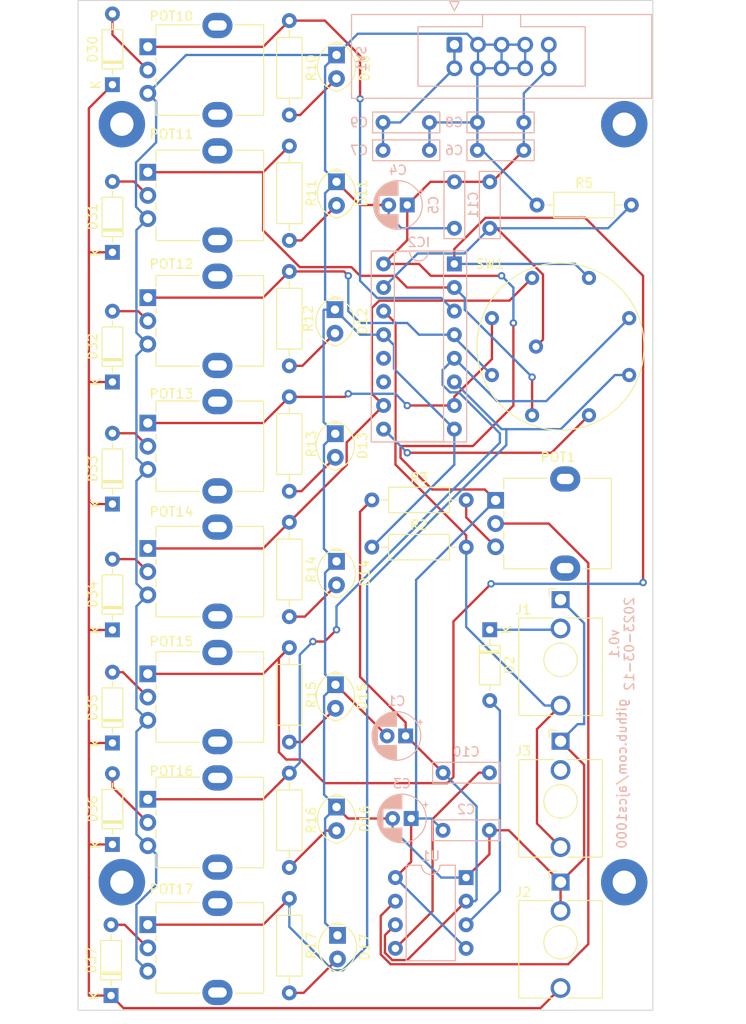
<source format=kicad_pcb>
(kicad_pcb (version 20211014) (generator pcbnew)
  (layers (0 "F.Cu" signal) (31 "B.Cu" signal) (34 "B.Paste" user) (35 "F.Paste" user) (36 "B.SilkS" user "B.Silkscreen") (37 "F.SilkS" user "F.Silkscreen") (38 "B.Mask" user) (39 "F.Mask" user) (44 "Edge.Cuts" user))
  (net 0 "")
  (net 1 "Net-(C1-Pad1)")
  (net 2 "Net-(C10-Pad1)")
  (net 3 "GND")
  (net 4 "+15V")
  (net 5 "-15V")
  (net 6 "Net-(C11-Pad2)")
  (net 7 "Net-(IC2-Pad9)")
  (net 9 "Net-(IC2-Pad14)")
  (net 10 "Net-(D11-Pad2)")
  (net 11 "Net-(D12-Pad2)")
  (net 12 "Net-(D13-Pad2)")
  (net 13 "Net-(D14-Pad2)")
  (net 14 "Net-(D15-Pad2)")
  (net 15 "Net-(D16-Pad2)")
  (net 17 "Net-(D30-Pad2)")
  (net 18 "Net-(D30-Pad1)")
  (net 19 "Net-(D31-Pad2)")
  (net 20 "Net-(D32-Pad2)")
  (net 21 "Net-(D33-Pad2)")
  (net 22 "Net-(D34-Pad2)")
  (net 23 "Net-(D35-Pad2)")
  (net 24 "Net-(D36-Pad2)")
  (net 25 "Net-(D37-Pad2)")
  (net 26 "Net-(D2-Pad2)")
  (net 28 "Net-(POT1-Pad3)")
  (net 29 "Net-(POT1-Pad2)")
  (net 30 "Net-(D10-Pad2)")
  (net 31 "Net-(D17-Pad2)")
  (net 32 "Net-(IC2-Pad1)")
  (net 33 "Net-(IC2-Pad2)")
  (net 34 "Net-(IC2-Pad3)")
  (net 35 "Net-(IC2-Pad4)")
  (net 36 "Net-(IC2-Pad5)")
  (net 37 "Net-(IC2-Pad6)")
  (net 38 "Net-(IC2-Pad7)")
  (net 39 "Net-(IC2-Pad10)")
  (net 40 "Net-(D2-Pad1)")
  (footprint "LED_THT:LED_Oval_W5.2mm_H3.8mm" (layer "F.Cu") (at 55.13 34.17 -90)
    (fp_text reference "D10")
    (fp_text value "LED")
  )
  (footprint "LED_THT:LED_Oval_W5.2mm_H3.8mm" (layer "F.Cu") (at 55.13 47.819691 -90)
    (fp_text reference "D11")
    (fp_text value "LED")
  )
  (footprint "LED_THT:LED_Oval_W5.2mm_H3.8mm" (layer "F.Cu") (at 54.965 61.58 -90)
    (fp_text reference "D12")
    (fp_text value "LED")
  )
  (footprint "LED_THT:LED_Oval_W5.2mm_H3.8mm" (layer "F.Cu") (at 55 74.94 -90)
    (fp_text reference "D13")
    (fp_text value "LED")
  )
  (footprint "LED_THT:LED_Oval_W5.2mm_H3.8mm" (layer "F.Cu") (at 55.13 88.68 -90)
    (fp_text reference "D14")
    (fp_text value "LED")
  )
  (footprint "LED_THT:LED_Oval_W5.2mm_H3.8mm" (layer "F.Cu") (at 55.02 101.96 -90)
    (fp_text reference "D15")
    (fp_text value "LED")
  )
  (footprint "LED_THT:LED_Oval_W5.2mm_H3.8mm" (layer "F.Cu") (at 55.131196 115.127179 -90)
    (fp_text reference "D16")
    (fp_text value "LED")
  )
  (footprint "LED_THT:LED_Oval_W5.2mm_H3.8mm" (layer "F.Cu") (at 55.24 128.94 -90)
    (fp_text reference "D17")
    (fp_text value "LED")
  )
  (footprint "Diode_THT:D_DO-35_SOD27_P7.62mm_Horizontal" (layer "F.Cu") (at 31 37.366 90)
    (fp_text reference "D30")
    (fp_text value "D")
  )
  (footprint "Diode_THT:D_DO-35_SOD27_P7.62mm_Horizontal" (layer "F.Cu") (at 31 55.41 90)
    (fp_text reference "D31")
    (fp_text value "D")
  )
  (footprint "Diode_THT:D_DO-35_SOD27_P7.62mm_Horizontal" (layer "F.Cu") (at 31 69.37 90)
    (fp_text reference "D32")
    (fp_text value "D")
  )
  (footprint "Diode_THT:D_DO-35_SOD27_P7.62mm_Horizontal" (layer "F.Cu") (at 31 82.51 90)
    (fp_text reference "D33")
    (fp_text value "D")
  )
  (footprint "Diode_THT:D_DO-35_SOD27_P7.62mm_Horizontal" (layer "F.Cu") (at 31 96.06 90)
    (fp_text reference "D34")
    (fp_text value "D")
  )
  (footprint "Diode_THT:D_DO-35_SOD27_P7.62mm_Horizontal" (layer "F.Cu") (at 31 108.232 90)
    (fp_text reference "D35")
    (fp_text value "D")
  )
  (footprint "Diode_THT:D_DO-35_SOD27_P7.62mm_Horizontal" (layer "F.Cu") (at 31 119.154 90)
    (fp_text reference "D36")
    (fp_text value "D")
  )
  (footprint "Diode_THT:D_DO-35_SOD27_P7.62mm_Horizontal" (layer "F.Cu") (at 30.85 135.42 90)
    (fp_text reference "D37")
    (fp_text value "D")
  )
  (footprint "custom:Potentiometer_Alpha_RD901F-40-00D_Single_Vertical2mmholes" (layer "F.Cu") (at 34.81 33.29)
    (fp_text reference "POT10")
    (fp_text value "100k")
  )
  (footprint "custom:Potentiometer_Alpha_RD901F-40-00D_Single_Vertical2mmholes" (layer "F.Cu") (at 34.81 46.79)
    (fp_text reference "POT11")
    (fp_text value "100k")
  )
  (footprint "custom:Potentiometer_Alpha_RD901F-40-00D_Single_Vertical2mmholes" (layer "F.Cu") (at 34.81 60.29)
    (fp_text reference "POT12")
    (fp_text value "100k")
  )
  (footprint "custom:Potentiometer_Alpha_RD901F-40-00D_Single_Vertical2mmholes" (layer "F.Cu") (at 34.81 73.79)
    (fp_text reference "POT13")
    (fp_text value "100k")
  )
  (footprint "custom:Potentiometer_Alpha_RD901F-40-00D_Single_Vertical2mmholes" (layer "F.Cu") (at 34.81 87.29)
    (fp_text reference "POT14")
    (fp_text value "100k")
  )
  (footprint "custom:Potentiometer_Alpha_RD901F-40-00D_Single_Vertical2mmholes" (layer "F.Cu") (at 34.81 100.79)
    (fp_text reference "POT15")
    (fp_text value "100k")
  )
  (footprint "custom:Potentiometer_Alpha_RD901F-40-00D_Single_Vertical2mmholes" (layer "F.Cu") (at 34.81 114.29)
    (fp_text reference "POT16")
    (fp_text value "100k")
  )
  (footprint "custom:Potentiometer_Alpha_RD901F-40-00D_Single_Vertical2mmholes" (layer "F.Cu") (at 34.81 127.79)
    (fp_text reference "POT17")
    (fp_text value "100k")
  )
  (footprint "Resistor_THT:R_Axial_DIN0207_L6.3mm_D2.5mm_P10.16mm_Horizontal" (layer "F.Cu") (at 50.05 30.47 -90)
    (fp_text reference "R10")
    (fp_text value "5k")
  )
  (footprint "Resistor_THT:R_Axial_DIN0207_L6.3mm_D2.5mm_P10.16mm_Horizontal" (layer "F.Cu") (at 50.05 43.97 -90)
    (fp_text reference "R11")
    (fp_text value "5k")
  )
  (footprint "Resistor_THT:R_Axial_DIN0207_L6.3mm_D2.5mm_P10.16mm_Horizontal" (layer "F.Cu") (at 50.05 57.47 -90)
    (fp_text reference "R12")
    (fp_text value "5k")
  )
  (footprint "Resistor_THT:R_Axial_DIN0207_L6.3mm_D2.5mm_P10.16mm_Horizontal" (layer "F.Cu") (at 50.05 70.97 -90)
    (fp_text reference "R13")
    (fp_text value "5k")
  )
  (footprint "Resistor_THT:R_Axial_DIN0207_L6.3mm_D2.5mm_P10.16mm_Horizontal" (layer "F.Cu") (at 50.05 84.47 -90)
    (fp_text reference "R14")
    (fp_text value "5k")
  )
  (footprint "Resistor_THT:R_Axial_DIN0207_L6.3mm_D2.5mm_P10.16mm_Horizontal" (layer "F.Cu") (at 50.05 97.97 -90)
    (fp_text reference "R15")
    (fp_text value "5k")
  )
  (footprint "Resistor_THT:R_Axial_DIN0207_L6.3mm_D2.5mm_P10.16mm_Horizontal" (layer "F.Cu") (at 50.05 111.47 -90)
    (fp_text reference "R16")
    (fp_text value "5k")
  )
  (footprint "Resistor_THT:R_Axial_DIN0207_L6.3mm_D2.5mm_P10.16mm_Horizontal" (layer "F.Cu") (at 50.05 124.97 -90)
    (fp_text reference "R17")
    (fp_text value "5k")
  )
  (footprint "Potentiometer_THT:Potentiometer_Alpha_RD901F-40-00D_Single_Vertical" (layer "F.Cu") (at 72.265 82.11)
    (fp_text reference "POT1")
    (fp_text value "50k")
  )
  (footprint "Connector_Audio:Jack_3.5mm_QingPu_WQP-PJ398SM_Vertical_CircularHoles" (layer "F.Cu") (at 79.26 108.04)
    (fp_text reference "J3")
    (fp_text value "AudioJack2_Ground")
  )
  (footprint "Connector_Audio:Jack_3.5mm_QingPu_WQP-PJ398SM_Vertical_CircularHoles" (layer "F.Cu") (at 79.26 92.8)
    (fp_text reference "J1")
    (fp_text value "AudioJack2_Ground")
  )
  (footprint "Diode_THT:D_DO-35_SOD27_P7.62mm_Horizontal" (layer "F.Cu") (at 71.64 96.04 -90)
    (fp_text reference "D2")
    (fp_text value "D")
  )
  (footprint "" (layer "F.Cu") (at 32.016 123.218)
    (fp_text reference "")
    (fp_text value "")
  )
  (footprint "Resistor_THT:R_Axial_DIN0207_L6.3mm_D2.5mm_P10.16mm_Horizontal" (layer "F.Cu") (at 76.72 50.32)
    (fp_text reference "R5")
    (fp_text value "47k")
  )
  (footprint "Resistor_THT:R_Axial_DIN0207_L6.3mm_D2.5mm_P10.16mm_Horizontal" (layer "F.Cu") (at 58.94 82.07)
    (fp_text reference "R3")
    (fp_text value "1k")
  )
  (footprint "" (layer "F.Cu") (at 32.016 41.618)
    (fp_text reference "")
    (fp_text value "")
  )
  (footprint "" (layer "F.Cu") (at 86.118 123.218)
    (fp_text reference "")
    (fp_text value "")
  )
  (footprint "custom:SW_rotary8" (layer "F.Cu") (at 79.26 65.56)
    (fp_text reference "SW1")
    (fp_text value "SW_Rotary8")
  )
  (footprint "" (layer "F.Cu") (at 86.118 41.618)
    (fp_text reference "")
    (fp_text value "")
  )
  (footprint "" (layer "F.Cu") (at 86.118 41.618)
    (fp_text reference "")
    (fp_text value "")
  )
  (footprint "" (layer "F.Cu") (at 32.016 41.618)
    (fp_text reference "")
    (fp_text value "")
  )
  (footprint "Resistor_THT:R_Axial_DIN0207_L6.3mm_D2.5mm_P10.16mm_Horizontal" (layer "F.Cu") (at 58.94 87.15)
    (fp_text reference "R2")
    (fp_text value "100k")
  )
  (footprint "Connector_Audio:Jack_3.5mm_QingPu_WQP-PJ398SM_Vertical_CircularHoles" (layer "F.Cu") (at 79.26 123.21)
    (fp_text reference "J2")
    (fp_text value "AudioJack2_Ground")
  )
  (footprint "Capacitor_THT:C_Rect_L7.0mm_W2.0mm_P5.00mm" (layer "B.Cu") (at 75.3 44.43 180)
    (fp_text reference "C6")
    (fp_text value "10nF")
  )
  (footprint "Capacitor_THT:C_Rect_L7.0mm_W2.0mm_P5.00mm" (layer "B.Cu") (at 65.14 44.43 180)
    (fp_text reference "C7")
    (fp_text value "10nF")
  )
  (footprint "Capacitor_THT:C_Rect_L7.0mm_W2.0mm_P5.00mm" (layer "B.Cu") (at 75.3 41.43 180)
    (fp_text reference "C8")
    (fp_text value "10nF")
  )
  (footprint "Capacitor_THT:C_Rect_L7.0mm_W2.0mm_P5.00mm" (layer "B.Cu") (at 65.14 41.43 180)
    (fp_text reference "C9")
    (fp_text value "10nF")
  )
  (footprint "Connector_IDC:IDC-Header_2x05_P2.54mm_Latch_Vertical" (layer "B.Cu") (at 67.83 33.0575 -90)
    (fp_text reference "SV1")
    (fp_text value "ML10")
  )
  (footprint "Capacitor_THT:C_Rect_L7.0mm_W2.0mm_P5.00mm" (layer "B.Cu") (at 71.6 117.63 180)
    (fp_text reference "C2")
    (fp_text value "10nF")
  )
  (footprint "Capacitor_THT:CP_Radial_D5.0mm_P2.00mm" (layer "B.Cu") (at 63.17 116.36 180)
    (fp_text reference "C3")
    (fp_text value "10uF")
  )
  (footprint "MountingHole:MountingHole_2.5mm_Pad_TopOnly" (layer "B.Cu") (at 86.118 41.618)
    (fp_text reference "REF**")
    (fp_text value "MountingHole_2.5mm_Pad_TopOnly")
  )
  (footprint "MountingHole:MountingHole_2.5mm_Pad_TopOnly" (layer "B.Cu") (at 32.016 41.618)
    (fp_text reference "REF**")
    (fp_text value "MountingHole_2.5mm_Pad_TopOnly")
  )
  (footprint "Capacitor_THT:C_Rect_L7.0mm_W2.0mm_P5.00mm" (layer "B.Cu") (at 71.64 47.82 -90)
    (fp_text reference "C11")
    (fp_text value ".22uF")
  )
  (footprint "Capacitor_THT:CP_Radial_D5.0mm_P2.00mm" (layer "B.Cu") (at 62.58 107.47 180)
    (fp_text reference "C1")
    (fp_text value "10uF")
  )
  (footprint "Package_DIP:DIP-8_W7.62mm" (layer "B.Cu") (at 69.09 122.72 180)
    (fp_text reference "U1")
    (fp_text value "NE555P")
  )
  (footprint "MountingHole:MountingHole_2.5mm_Pad_TopOnly" (layer "B.Cu") (at 86.118 123.218)
    (fp_text reference "REF**")
    (fp_text value "MountingHole_2.5mm_Pad_TopOnly")
  )
  (footprint "Capacitor_THT:CP_Radial_D5.0mm_P2.00mm" (layer "B.Cu") (at 62.75 50.32 180)
    (fp_text reference "C4")
    (fp_text value "10uF")
  )
  (footprint "Capacitor_THT:C_Rect_L7.0mm_W2.0mm_P5.00mm" (layer "B.Cu") (at 71.6 111.43 180)
    (fp_text reference "C10")
    (fp_text value "10nF")
  )
  (footprint "Package_DIP:DIP-16_W7.62mm_Socket" (layer "B.Cu") (at 67.82 56.66 180)
    (fp_text reference "IC2")
    (fp_text value "4017")
  )
  (footprint "Capacitor_THT:C_Rect_L7.0mm_W2.0mm_P5.00mm" (layer "B.Cu") (at 67.83 47.82 -90)
    (fp_text reference "C5")
    (fp_text value "10nF")
  )
  (footprint "MountingHole:MountingHole_2.5mm_Pad_TopOnly" (layer "B.Cu") (at 32.016 123.218)
    (fp_text reference "REF**")
    (fp_text value "MountingHole_2.5mm_Pad_TopOnly")
  )
  (gr_line (start 89.2 137) (end 27.3 137) (layer "Edge.Cuts") (width 0.1))
  (gr_line (start 89.2 28.3) (end 89.2 137) (layer "Edge.Cuts") (width 0.1))
  (gr_line (start 27.3 28.3) (end 89.2 28.3) (layer "Edge.Cuts") (width 0.1))
  (gr_line (start 27.3 137) (end 27.3 28.3) (layer "Edge.Cuts") (width 0.1))
  (gr_text "v0.1\n2023-03-12" (at 85.864 97.564 90) (layer "B.SilkS") (effects (font (size 1 1)) (justify mirror)))
  (gr_text "github.com/ajcs1000" (at 85.864 111.534 90) (layer "B.SilkS") (effects (font (size 1 1)) (justify mirror)))
  (segment (start 60.345 130.805991) (end 61.139009 131.6) (width 0.25) (layer "F.Cu") (net 1))
  (segment (start 57.67 83.34) (end 58.94 82.07) (width 0.25) (layer "F.Cu") (net 1))
  (segment (start 62.64 107.47) (end 66.6 111.43) (width 0.25) (layer "F.Cu") (net 1))
  (segment (start 61.47 127.8) (end 60.345 128.925) (width 0.25) (layer "F.Cu") (net 1))
  (segment (start 60.345 128.925) (end 60.345 130.805991) (width 0.25) (layer "F.Cu") (net 1))
  (segment (start 62.58 107.47) (end 62.64 107.47) (width 0.25) (layer "F.Cu") (net 1))
  (segment (start 62.58 107.47) (end 62.58 106.03) (width 0.25) (layer "F.Cu") (net 1))
  (segment (start 57.67 101.12) (end 57.67 83.34) (width 0.25) (layer "F.Cu") (net 1))
  (segment (start 62.58 106.03) (end 57.67 101.12) (width 0.25) (layer "F.Cu") (net 1))
  (segment (start 61.139009 131.6) (end 62.75 131.6) (width 0.25) (layer "F.Cu") (net 1))
  (segment (start 62.75 131.6) (end 69.09 125.26) (width 0.25) (layer "F.Cu") (net 1))
  (segment (start 70.215 125.095) (end 70.05 125.26) (width 0.25) (layer "B.Cu") (net 1))
  (segment (start 66.6 111.43) (end 70.215 115.045) (width 0.25) (layer "B.Cu") (net 1))
  (segment (start 70.215 115.045) (end 70.215 125.095) (width 0.25) (layer "B.Cu") (net 1))
  (segment (start 70.05 125.26) (end 69.09 125.26) (width 0.25) (layer "B.Cu") (net 1))
  (segment (start 65.475 116.42363) (end 65.475 126.335) (width 0.25) (layer "F.Cu") (net 2))
  (segment (start 65.475 126.335) (end 61.47 130.34) (width 0.25) (layer "F.Cu") (net 2))
  (segment (start 71.6 111.43) (end 70.46863 111.43) (width 0.25) (layer "F.Cu") (net 2))
  (segment (start 70.46863 111.43) (end 65.475 116.42363) (width 0.25) (layer "F.Cu") (net 2))
  (segment (start 71.6 120.21) (end 69.09 122.72) (width 0.25) (layer "F.Cu") (net 3))
  (segment (start 81.8 110.58) (end 79.26 108.04) (width 0.25) (layer "F.Cu") (net 3))
  (segment (start 79.26 126.31) (end 79.26 123.21) (width 0.25) (layer "F.Cu") (net 3))
  (segment (start 73.68 117.63) (end 79.26 123.21) (width 0.25) (layer "F.Cu") (net 3))
  (segment (start 57.630309 50.32) (end 55.13 47.819691) (width 0.25) (layer "F.Cu") (net 3))
  (segment (start 79.26 123.21) (end 81.8 120.67) (width 0.25) (layer "F.Cu") (net 3))
  (segment (start 81.8 120.67) (end 81.8 110.58) (width 0.25) (layer "F.Cu") (net 3))
  (segment (start 61.17 116.36) (end 56.364017 116.36) (width 0.25) (layer "F.Cu") (net 3))
  (segment (start 71.6 117.63) (end 71.6 120.21) (width 0.25) (layer "F.Cu") (net 3))
  (segment (start 71.6 117.63) (end 73.68 117.63) (width 0.25) (layer "F.Cu") (net 3))
  (segment (start 56.364017 116.36) (end 55.131196 115.127179) (width 0.25) (layer "F.Cu") (net 3))
  (segment (start 60.58 107.47) (end 55.07 101.96) (width 0.25) (layer "F.Cu") (net 3))
  (segment (start 60.75 50.32) (end 57.630309 50.32) (width 0.25) (layer "F.Cu") (net 3))
  (segment (start 34.81 92.29) (end 33.585 93.515) (width 0.25) (layer "B.Cu") (net 3))
  (segment (start 53.905 60.52) (end 54.965 61.58) (width 0.25) (layer "B.Cu") (net 3))
  (segment (start 35.71 123.519154) (end 35.71 120.19) (width 0.25) (layer "B.Cu") (net 3))
  (segment (start 33.585 107.015) (end 33.585 118.065) (width 0.25) (layer "B.Cu") (net 3))
  (segment (start 65.14 44.43) (end 65.14 41.43) (width 0.25) (layer "B.Cu") (net 3))
  (segment (start 34.81 38.29) (end 35.71 39.19) (width 0.25) (layer "B.Cu") (net 3))
  (segment (start 81.8 106.2) (end 81.8 95.34) (width 0.25) (layer "B.Cu") (net 3))
  (segment (start 65.14 41.43) (end 70.3 41.43) (width 0.25) (layer "B.Cu") (net 3))
  (segment (start 70.37 33.0575) (end 75.45 33.0575) (width 0.25) (layer "B.Cu") (net 3))
  (segment (start 33.585 93.515) (end 33.585 104.565) (width 0.25) (layer "B.Cu") (net 3))
  (segment (start 34.81 65.29) (end 33.585 66.515) (width 0.25) (layer "B.Cu") (net 3))
  (segment (start 53.775 87.325) (end 55.13 88.68) (width 0.25) (layer "B.Cu") (net 3))
  (segment (start 70.3 41.43) (end 70.3 35.6675) (width 0.25) (layer "B.Cu") (net 3))
  (segment (start 67.82 78.27) (end 58.94 87.15) (width 0.25) (layer "B.Cu") (net 3))
  (segment (start 53.815 61.58) (end 53.74 61.655) (width 0.25) (layer "B.Cu") (net 3))
  (segment (start 81.8 95.34) (end 79.26 92.8) (width 0.25) (layer "B.Cu") (net 3))
  (segment (start 55.13 34.17) (end 53.905 35.395) (width 0.25) (layer "B.Cu") (net 3))
  (segment (start 70.83 44.43) (end 70.3 44.43) (width 0.25) (layer "B.Cu") (net 3))
  (segment (start 53.906196 116.352179) (end 53.906196 127.606196) (width 0.25) (layer "B.Cu") (net 3))
  (segment (start 81.1 106.2) (end 81.8 106.2) (width 0.25) (layer "B.Cu") (net 3))
  (segment (start 57.665 64.28) (end 54.965 61.58) (width 0.25) (layer "B.Cu") (net 3))
  (segment (start 70.37 35.5975) (end 75.45 35.5975) (width 0.25) (layer "B.Cu") (net 3))
  (segment (start 34.81 38.29) (end 38.93 34.17) (width 0.25) (layer "B.Cu") (net 3))
  (segment (start 33.585 131.565) (end 34.81 132.79) (width 0.25) (layer "B.Cu") (net 3))
  (segment (start 75.45 35.5975) (end 75.45 33.0575) (width 0.25) (layer "B.Cu") (net 3))
  (segment (start 55.13 88.68) (end 53.905 89.905) (width 0.25) (layer "B.Cu") (net 3))
  (segment (start 53.905 89.905) (end 53.905 100.845) (width 0.25) (layer "B.Cu") (net 3))
  (segment (start 55.131196 115.127179) (end 53.906196 116.352179) (width 0.25) (layer "B.Cu") (net 3))
  (segment (start 67.83 52.82) (end 62.11863 52.82) (width 0.25) (layer "B.Cu") (net 3))
  (segment (start 33.54 50.52) (end 34.81 51.79) (width 0.25) (layer "B.Cu") (net 3))
  (segment (start 60.75 51.45137) (end 60.75 50.32) (width 0.25) (layer "B.Cu") (net 3))
  (segment (start 35.71 39.19) (end 35.71 43.578) (width 0.25) (layer "B.Cu") (net 3))
  (segment (start 53.906196 127.606196) (end 55.24 128.94) (width 0.25) (layer "B.Cu") (net 3))
  (segment (start 33.585 77.565) (end 34.81 78.79) (width 0.25) (layer "B.Cu") (net 3))
  (segment (start 60.2 64.28) (end 57.665 64.28) (width 0.25) (layer "B.Cu") (net 3))
  (segment (start 70.3 44.43) (end 70.3 41.43) (width 0.25) (layer "B.Cu") (net 3))
  (segment (start 79.26 108.04) (end 81.1 106.2) (width 0.25) (layer "B.Cu") (net 3))
  (segment (start 33.585 125.644154) (end 35.71 123.519154) (width 0.25) (layer "B.Cu") (net 3))
  (segment (start 70.37 35.5975) (end 70.37 33.0575) (width 0.25) (layer "B.Cu") (net 3))
  (segment (start 34.81 51.79) (end 33.585 53.015) (width 0.25) (layer "B.Cu") (net 3))
  (segment (start 54.965 61.58) (end 53.815 61.58) (width 0.25) (layer "B.Cu") (net 3))
  (segment (start 33.585 131.565) (end 33.585 125.644154) (width 0.25) (layer "B.Cu") (net 3))
  (segment (start 53.775 76.165) (end 53.775 87.325) (width 0.25) (layer "B.Cu") (net 3))
  (segment (start 55.13 47.819691) (end 53.905 49.044691) (width 0.25) (layer "B.Cu") (net 3))
  (segment (start 67.82 74.44) (end 67.82 78.27) (width 0.25) (layer "B.Cu") (net 3))
  (segment (start 55.02 101.96) (end 53.795 103.185) (width 0.25) (layer "B.Cu") (net 3))
  (segment (start 53.905 49.044691) (end 53.905 60.52) (width 0.25) (layer "B.Cu") (net 3))
  (segment (start 57.4175 31.8825) (end 69.195 31.8825) (width 0.25) (layer "B.Cu") (net 3))
  (segment (start 34.81 105.79) (end 33.585 107.015) (width 0.25) (layer "B.Cu") (net 3))
  (segment (start 33.585 118.065) (end 34.81 119.29) (width 0.25) (layer "B.Cu") (net 3))
  (segment (start 53.795 103.185) (end 53.795 113.790983) (width 0.25) (layer "B.Cu") (net 3))
  (segment (start 34.81 78.79) (end 33.585 80.015) (width 0.25) (layer "B.Cu") (net 3))
  (segment (start 33.585 80.015) (end 33.585 91.065) (width 0.25) (layer "B.Cu") (net 3))
  (segment (start 35.71 120.19) (end 34.81 119.29) (width 0.25) (layer "B.Cu") (net 3))
  (segment (start 72.91 35.5975) (end 72.91 33.0575) (width 0.25) (layer "B.Cu") (net 3))
  (segment (start 61.17 116.36) (end 61.17 117.49137) (width 0.25) (layer "B.Cu") (net 3))
  (segment (start 38.93 34.17) (end 55.13 34.17) (width 0.25) (layer "B.Cu") (net 3))
  (segment (start 33.585 104.565) (end 34.81 105.79) (width 0.25) (layer "B.Cu") (net 3))
  (segment (start 62.11863 52.82) (end 60.75 51.45137) (width 0.25) (layer "B.Cu") (net 3))
  (segment (start 70.3 35.6675) (end 70.37 35.5975) (width 0.25) (layer "B.Cu") (net 3))
  (segment (start 35.71 43.578) (end 33.54 45.748) (width 0.25) (layer "B.Cu") (net 3))
  (segment (start 69.195 31.8825) (end 70.37 33.0575) (width 0.25) (layer "B.Cu") (net 3))
  (segment (start 61.325 65.405) (end 60.2 64.28) (width 0.25) (layer "B.Cu") (net 3))
  (segment (start 33.585 91.065) (end 34.81 92.29) (width 0.25) (layer "B.Cu") (net 3))
  (segment (start 53.905 46.594691) (end 55.13 47.819691) (width 0.25) (layer "B.Cu") (net 3))
  (segment (start 53.905 100.845) (end 55.02 101.96) (width 0.25) (layer "B.Cu") (net 3))
  (segment (start 55.13 34.17) (end 57.4175 31.8825) (width 0.25) (layer "B.Cu") (net 3))
  (segment (start 33.585 64.065) (end 34.81 65.29) (width 0.25) (layer "B.Cu") (net 3))
  (segment (start 61.325 67.945) (end 61.325 65.405) (width 0.25) (layer "B.Cu") (net 3))
  (segment (start 53.74 61.655) (end 53.74 73.68) (width 0.25) (layer "B.Cu") (net 3))
  (segment (start 76.72 50.32) (end 70.83 44.43) (width 0.25) (layer "B.Cu") (net 3))
  (segment (start 66.39863 122.72) (end 69.09 122.72) (width 0.25) (layer "B.Cu") (net 3))
  (segment (start 33.585 53.015) (end 33.585 64.065) (width 0.25) (layer "B.Cu") (net 3))
  (segment (start 53.74 73.68) (end 55 74.94) (width 0.25) (layer "B.Cu") (net 3))
  (segment (start 53.905 35.395) (end 53.905 46.594691) (width 0.25) (layer "B.Cu") (net 3))
  (segment (start 55 74.94) (end 53.775 76.165) (width 0.25) (layer "B.Cu") (net 3))
  (segment (start 61.17 117.49137) (end 66.39863 122.72) (width 0.25) (layer "B.Cu") (net 3))
  (segment (start 33.54 45.748) (end 33.54 50.52) (width 0.25) (layer "B.Cu") (net 3))
  (segment (start 33.585 66.515) (end 33.585 77.565) (width 0.25) (layer "B.Cu") (net 3))
  (segment (start 67.82 74.44) (end 61.325 67.945) (width 0.25) (layer "B.Cu") (net 3))
  (segment (start 53.795 113.790983) (end 55.131196 115.127179) (width 0.25) (layer "B.Cu") (net 3))
  (segment (start 65.435 80.945) (end 71.1 80.945) (width 0.25) (layer "F.Cu") (net 4))
  (segment (start 74.18 71.91) (end 69.825 76.265) (width 0.25) (layer "F.Cu") (net 4))
  (segment (start 71.1 80.945) (end 72.265 82.11) (width 0.25) (layer "F.Cu") (net 4))
  (segment (start 67.83 47.82) (end 65.25 47.82) (width 0.25) (layer "F.Cu") (net 4))
  (segment (start 63.17 121.02) (end 61.47 122.72) (width 0.25) (layer "F.Cu") (net 4))
  (segment (start 64.01 56.66) (end 65.29 57.94) (width 0.25) (layer "F.Cu") (net 4))
  (segment (start 71.64 47.82) (end 67.83 47.82) (width 0.25) (layer "F.Cu") (net 4))
  (segment (start 62.75 50.32) (end 62.75 54.11) (width 0.25) (layer "F.Cu") (net 4))
  (segment (start 62.025 76.445) (end 62.025 77.535) (width 0.25) (layer "F.Cu") (net 4))
  (segment (start 62.75 54.11) (end 60.2 56.66) (width 0.25) (layer "F.Cu") (net 4))
  (segment (start 63.17 116.36) (end 63.17 121.02) (width 0.25) (layer "F.Cu") (net 4))
  (segment (start 65.29 57.94) (end 72.91 57.94) (width 0.25) (layer "F.Cu") (net 4))
  (segment (start 62.205 76.265) (end 62.025 76.445) (width 0.25) (layer "F.Cu") (net 4))
  (segment (start 69.825 76.265) (end 62.205 76.265) (width 0.25) (layer "F.Cu") (net 4))
  (segment (start 71.91 47.82) (end 71.64 47.82) (width 0.25) (layer "F.Cu") (net 4))
  (segment (start 62.025 77.535) (end 65.435 80.945) (width 0.25) (layer "F.Cu") (net 4))
  (segment (start 75.3 44.43) (end 71.91 47.82) (width 0.25) (layer "F.Cu") (net 4))
  (segment (start 65.25 47.82) (end 62.75 50.32) (width 0.25) (layer "F.Cu") (net 4))
  (segment (start 74.18 63.02) (end 74.18 71.91) (width 0.25) (layer "F.Cu") (net 4))
  (segment (start 60.2 56.66) (end 64.01 56.66) (width 0.25) (layer "F.Cu") (net 4))
  (via (at 74.18 63.02) (size 0.8) (drill 0.4) (layers "F.Cu" "B.Cu") (net 4))
  (via (at 72.91 57.94) (size 0.8) (drill 0.4) (layers "F.Cu" "B.Cu") (net 4))
  (segment (start 63.705 90.67) (end 63.705 115.825) (width 0.25) (layer "B.Cu") (net 4))
  (segment (start 63.705 115.825) (end 63.17 116.36) (width 0.25) (layer "B.Cu") (net 4))
  (segment (start 75.3 41.43) (end 75.3 38.2875) (width 0.25) (layer "B.Cu") (net 4))
  (segment (start 65.33 116.36) (end 66.6 117.63) (width 0.25) (layer "B.Cu") (net 4))
  (segment (start 63.17 116.36) (end 65.33 116.36) (width 0.25) (layer "B.Cu") (net 4))
  (segment (start 77.99 35.5975) (end 77.99 33.0575) (width 0.25) (layer "B.Cu") (net 4))
  (segment (start 69.09 130.34) (end 61.47 122.72) (width 0.25) (layer "B.Cu") (net 4))
  (segment (start 75.3 44.43) (end 75.3 41.43) (width 0.25) (layer "B.Cu") (net 4))
  (segment (start 75.3 38.2875) (end 77.99 35.5975) (width 0.25) (layer "B.Cu") (net 4))
  (segment (start 72.91 57.94) (end 74.18 59.21) (width 0.25) (layer "B.Cu") (net 4))
  (segment (start 74.18 59.21) (end 74.18 63.02) (width 0.25) (layer "B.Cu") (net 4))
  (segment (start 72.265 82.11) (end 63.705 90.67) (width 0.25) (layer "B.Cu") (net 4))
  (segment (start 60.14 44.43) (end 60.14 41.43) (width 0.25) (layer "B.Cu") (net 5))
  (segment (start 61.9975 41.43) (end 67.83 35.5975) (width 0.25) (layer "B.Cu") (net 5))
  (segment (start 67.83 35.5975) (end 67.83 33.0575) (width 0.25) (layer "B.Cu") (net 5))
  (segment (start 60.14 41.43) (end 61.9975 41.43) (width 0.25) (layer "B.Cu") (net 5))
  (segment (start 76.61 65.56) (end 77.371999 64.798001) (width 0.25) (layer "F.Cu") (net 6))
  (segment (start 77.371999 64.798001) (end 77.371999 57.805178) (width 0.25) (layer "F.Cu") (net 6))
  (segment (start 77.371999 57.805178) (end 72.386821 52.82) (width 0.25) (layer "F.Cu") (net 6))
  (segment (start 72.386821 52.82) (end 71.64 52.82) (width 0.25) (layer "F.Cu") (net 6))
  (segment (start 63.865 55.535) (end 60.2 59.2) (width 0.25) (layer "B.Cu") (net 6))
  (segment (start 84.38 52.82) (end 71.64 52.82) (width 0.25) (layer "B.Cu") (net 6))
  (segment (start 71.64 52.82) (end 68.925 55.535) (width 0.25) (layer "B.Cu") (net 6))
  (segment (start 68.925 55.535) (end 63.865 55.535) (width 0.25) (layer "B.Cu") (net 6))
  (segment (start 86.88 50.32) (end 84.38 52.82) (width 0.25) (layer "B.Cu") (net 6))
  (segment (start 78.282504 76.99) (end 62.75 76.99) (width 0.25) (layer "F.Cu") (net 7))
  (segment (start 82.321467 72.951037) (end 78.282504 76.99) (width 0.25) (layer "F.Cu") (net 7))
  (via (at 62.75 76.99) (size 0.8) (drill 0.4) (layers "F.Cu" "B.Cu") (net 7))
  (segment (start 62.75 76.99) (end 60.2 74.44) (width 0.25) (layer "B.Cu") (net 7))
  (segment (start 60.2 61.74) (end 61.48 63.02) (width 0.25) (layer "F.Cu") (net 9))
  (segment (start 79.26 119.44) (end 76.72 116.9) (width 0.25) (layer "F.Cu") (net 9))
  (segment (start 61.48 78.26) (end 69.1 85.88) (width 0.25) (layer "F.Cu") (net 9))
  (segment (start 76.72 106.74) (end 79.26 104.2) (width 0.25) (layer "F.Cu") (net 9))
  (segment (start 61.48 63.02) (end 61.48 78.26) (width 0.25) (layer "F.Cu") (net 9))
  (segment (start 69.1 85.88) (end 69.1 87.15) (width 0.25) (layer "F.Cu") (net 9))
  (segment (start 76.72 116.9) (end 76.72 106.74) (width 0.25) (layer "F.Cu") (net 9))
  (segment (start 79.26 104.2) (end 77.55 104.2) (width 0.25) (layer "B.Cu") (net 9))
  (segment (start 77.55 104.2) (end 69.1 95.75) (width 0.25) (layer "B.Cu") (net 9))
  (segment (start 69.1 95.75) (end 69.1 87.15) (width 0.25) (layer "B.Cu") (net 9))
  (segment (start 50.05 54.13) (end 51.359691 54.13) (width 0.25) (layer "F.Cu") (net 10))
  (segment (start 51.359691 54.13) (end 55.13 50.359691) (width 0.25) (layer "F.Cu") (net 10))
  (segment (start 50.05 67.63) (end 51.455 67.63) (width 0.25) (layer "F.Cu") (net 11))
  (segment (start 51.455 67.63) (end 54.965 64.12) (width 0.25) (layer "F.Cu") (net 11))
  (segment (start 51.35 81.13) (end 55 77.48) (width 0.25) (layer "F.Cu") (net 12))
  (segment (start 50.05 81.13) (end 51.35 81.13) (width 0.25) (layer "F.Cu") (net 12))
  (segment (start 51.72 94.63) (end 55.13 91.22) (width 0.25) (layer "F.Cu") (net 13))
  (segment (start 50.05 94.63) (end 51.72 94.63) (width 0.25) (layer "F.Cu") (net 13))
  (segment (start 51.39 108.13) (end 55.02 104.5) (width 0.25) (layer "F.Cu") (net 14))
  (segment (start 50.05 108.13) (end 51.39 108.13) (width 0.25) (layer "F.Cu") (net 14))
  (segment (start 54.012821 117.667179) (end 55.131196 117.667179) (width 0.25) (layer "F.Cu") (net 15))
  (segment (start 50.05 121.63) (end 54.012821 117.667179) (width 0.25) (layer "F.Cu") (net 15))
  (segment (start 31 29.746) (end 31 31.98) (width 0.25) (layer "F.Cu") (net 17))
  (segment (start 31 31.98) (end 34.81 35.79) (width 0.25) (layer "F.Cu") (net 17))
  (segment (start 30.85 135.42) (end 32.205 136.775) (width 0.25) (layer "F.Cu") (net 18))
  (segment (start 28.46 122.71) (end 28.46 135.41) (width 0.25) (layer "F.Cu") (net 18))
  (segment (start 31 96.06) (end 28.48 96.06) (width 0.25) (layer "F.Cu") (net 18))
  (segment (start 28.48 110.03) (end 28.46 110.01) (width 0.25) (layer "F.Cu") (net 18))
  (segment (start 31 69.37) (end 28.46 69.37) (width 0.25) (layer "F.Cu") (net 18))
  (segment (start 31 108.232) (end 28.46 108.232) (width 0.25) (layer "F.Cu") (net 18))
  (segment (start 32.205 136.775) (end 77.095 136.775) (width 0.25) (layer "F.Cu") (net 18))
  (segment (start 28.9 82.51) (end 28.46 82.07) (width 0.25) (layer "F.Cu") (net 18))
  (segment (start 30.85 135.42) (end 28.47 135.42) (width 0.25) (layer "F.Cu") (net 18))
  (segment (start 28.46 119.154) (end 28.46 122.71) (width 0.25) (layer "F.Cu") (net 18))
  (segment (start 28.46 39.906) (end 31 37.366) (width 0.25) (layer "F.Cu") (net 18))
  (segment (start 28.48 122.73) (end 28.46 122.71) (width 0.25) (layer "F.Cu") (net 18))
  (segment (start 31 82.51) (end 28.9 82.51) (width 0.25) (layer "F.Cu") (net 18))
  (segment (start 77.095 136.775) (end 79.26 134.61) (width 0.25) (layer "F.Cu") (net 18))
  (segment (start 28.47 135.42) (end 28.46 135.41) (width 0.25) (layer "F.Cu") (net 18))
  (segment (start 31 55.41) (end 28.47 55.41) (width 0.25) (layer "F.Cu") (net 18))
  (segment (start 31 119.154) (end 28.46 119.154) (width 0.25) (layer "F.Cu") (net 18))
  (segment (start 28.47 55.41) (end 28.46 55.4) (width 0.25) (layer "F.Cu") (net 18))
  (segment (start 28.46 108.232) (end 28.46 39.906) (width 0.25) (layer "F.Cu") (net 18))
  (segment (start 28.46 108.232) (end 28.46 110.01) (width 0.25) (layer "F.Cu") (net 18))
  (segment (start 28.46 110.01) (end 28.46 119.154) (width 0.25) (layer "F.Cu") (net 18))
  (segment (start 33.31 47.79) (end 34.81 49.29) (width 0.25) (layer "F.Cu") (net 19))
  (segment (start 31 47.79) (end 33.31 47.79) (width 0.25) (layer "F.Cu") (net 19))
  (segment (start 31 61.75) (end 33.77 61.75) (width 0.25) (layer "F.Cu") (net 20))
  (segment (start 33.77 61.75) (end 34.81 62.79) (width 0.25) (layer "F.Cu") (net 20))
  (segment (start 33.41 74.89) (end 34.81 76.29) (width 0.25) (layer "F.Cu") (net 21))
  (segment (start 31 74.89) (end 33.41 74.89) (width 0.25) (layer "F.Cu") (net 21))
  (segment (start 33.46 88.44) (end 34.81 89.79) (width 0.25) (layer "F.Cu") (net 22))
  (segment (start 31 88.44) (end 33.46 88.44) (width 0.25) (layer "F.Cu") (net 22))
  (segment (start 32.132 100.612) (end 31 100.612) (width 0.25) (layer "F.Cu") (net 23))
  (segment (start 34.81 103.29) (end 32.132 100.612) (width 0.25) (layer "F.Cu") (net 23))
  (segment (start 34.81 116.79) (end 31 112.98) (width 0.25) (layer "F.Cu") (net 24))
  (segment (start 31 112.98) (end 31 111.534) (width 0.25) (layer "F.Cu") (net 24))
  (segment (start 32.32 127.8) (end 34.81 130.29) (width 0.25) (layer "F.Cu") (net 25))
  (segment (start 30.85 127.8) (end 32.32 127.8) (width 0.25) (layer "F.Cu") (net 25))
  (segment (start 72.725 124.165) (end 72.725 104.745) (width 0.25) (layer "B.Cu") (net 26))
  (segment (start 69.09 127.8) (end 72.725 124.165) (width 0.25) (layer "B.Cu") (net 26))
  (segment (start 72.725 104.745) (end 71.64 103.66) (width 0.25) (layer "B.Cu") (net 26))
  (segment (start 69.1 83.945) (end 72.265 87.11) (width 0.25) (layer "F.Cu") (net 28))
  (segment (start 69.1 82.07) (end 69.1 83.945) (width 0.25) (layer "F.Cu") (net 28))
  (segment (start 77.99 84.61) (end 72.265 84.61) (width 0.25) (layer "F.Cu") (net 29))
  (segment (start 82.25 88.87) (end 77.99 84.61) (width 0.25) (layer "F.Cu") (net 29))
  (segment (start 80.08 132.05) (end 82.25 129.88) (width 0.25) (layer "F.Cu") (net 29))
  (segment (start 61.47 125.26) (end 59.895 126.835) (width 0.25) (layer "F.Cu") (net 29))
  (segment (start 59.895 126.835) (end 59.895 130.992387) (width 0.25) (layer "F.Cu") (net 29))
  (segment (start 59.895 130.992387) (end 60.952613 132.05) (width 0.25) (layer "F.Cu") (net 29))
  (segment (start 82.25 129.88) (end 82.25 88.87) (width 0.25) (layer "F.Cu") (net 29))
  (segment (start 60.952613 132.05) (end 80.08 132.05) (width 0.25) (layer "F.Cu") (net 29))
  (segment (start 50.05 40.63) (end 51.21 40.63) (width 0.25) (layer "F.Cu") (net 30))
  (segment (start 51.21 40.63) (end 55.13 36.71) (width 0.25) (layer "F.Cu") (net 30))
  (segment (start 51.59 135.13) (end 55.24 131.48) (width 0.25) (layer "F.Cu") (net 31))
  (segment (start 50.05 135.13) (end 51.59 135.13) (width 0.25) (layer "F.Cu") (net 31))
  (segment (start 67.065991 112.555) (end 53.865 112.555) (width 0.25) (layer "F.Cu") (net 32))
  (segment (start 67.82 55.049009) (end 71.174009 51.695) (width 0.25) (layer "F.Cu") (net 32))
  (segment (start 51.32 110.01) (end 49.715 110.01) (width 0.25) (layer "F.Cu") (net 32))
  (segment (start 48.925 99.095) (end 50.05 97.97) (width 0.25) (layer "F.Cu") (net 32))
  (segment (start 53.865 112.555) (end 51.32 110.01) (width 0.25) (layer "F.Cu") (net 32))
  (segment (start 67.725 111.895991) (end 67.065991 112.555) (width 0.25) (layer "F.Cu") (net 32))
  (segment (start 71.775 91.095) (end 67.725 95.145) (width 0.25) (layer "F.Cu") (net 32))
  (segment (start 67.82 56.66) (end 67.82 55.049009) (width 0.25) (layer "F.Cu") (net 32))
  (segment (start 67.725 95.145) (end 67.725 111.895991) (width 0.25) (layer "F.Cu") (net 32))
  (segment (start 81.905 51.695) (end 88.15 57.94) (width 0.25) (layer "F.Cu") (net 32))
  (segment (start 48.925 109.22) (end 48.925 99.095) (width 0.25) (layer "F.Cu") (net 32))
  (segment (start 47.23 100.79) (end 50.05 97.97) (width 0.25) (layer "F.Cu") (net 32))
  (segment (start 49.715 110.01) (end 48.925 109.22) (width 0.25) (layer "F.Cu") (net 32))
  (segment (start 34.81 100.79) (end 47.23 100.79) (width 0.25) (layer "F.Cu") (net 32))
  (segment (start 71.174009 51.695) (end 81.905 51.695) (width 0.25) (layer "F.Cu") (net 32))
  (segment (start 88.15 57.94) (end 88.15 90.96) (width 0.25) (layer "F.Cu") (net 32))
  (via (at 88.15 90.96) (size 0.8) (drill 0.4) (layers "F.Cu" "B.Cu") (net 32))
  (via (at 71.775 91.095) (size 0.8) (drill 0.4) (layers "F.Cu" "B.Cu") (net 32))
  (segment (start 88.15 90.96) (end 88.015 91.095) (width 0.25) (layer "B.Cu") (net 32))
  (segment (start 80.812504 56.66) (end 67.82 56.66) (width 0.25) (layer "B.Cu") (net 32))
  (segment (start 88.015 91.095) (end 71.775 91.095) (width 0.25) (layer "B.Cu") (net 32))
  (segment (start 82.321468 58.168964) (end 80.812504 56.66) (width 0.25) (layer "B.Cu") (net 32))
  (segment (start 56.734009 57.004009) (end 51.175 57.004009) (width 0.25) (layer "F.Cu") (net 33))
  (segment (start 34.81 46.79) (end 47.23 46.79) (width 0.25) (layer "F.Cu") (net 33))
  (segment (start 47.23 53.059009) (end 47.23 46.79) (width 0.25) (layer "F.Cu") (net 33))
  (segment (start 62.74 59.2) (end 61.48 57.94) (width 0.25) (layer "F.Cu") (net 33))
  (segment (start 61.48 57.94) (end 57.67 57.94) (width 0.25) (layer "F.Cu") (net 33))
  (segment (start 76.198532 72.951036) (end 76.198532 68.848532) (width 0.25) (layer "F.Cu") (net 33))
  (segment (start 51.175 57.004009) (end 47.23 53.059009) (width 0.25) (layer "F.Cu") (net 33))
  (segment (start 57.67 57.94) (end 56.734009 57.004009) (width 0.25) (layer "F.Cu") (net 33))
  (segment (start 47.23 46.79) (end 50.05 43.97) (width 0.25) (layer "F.Cu") (net 33))
  (segment (start 67.82 59.2) (end 62.74 59.2) (width 0.25) (layer "F.Cu") (net 33))
  (via (at 76.198532 68.848532) (size 0.8) (drill 0.4) (layers "F.Cu" "B.Cu") (net 33))
  (segment (start 68.945 60.325) (end 67.82 59.2) (width 0.25) (layer "B.Cu") (net 33))
  (segment (start 68.945 61.595) (end 68.945 60.325) (width 0.25) (layer "B.Cu") (net 33))
  (segment (start 76.198532 68.848532) (end 68.945 61.595) (width 0.25) (layer "B.Cu") (net 33))
  (segment (start 53.88 30.47) (end 50.05 30.47) (width 0.25) (layer "F.Cu") (net 34))
  (segment (start 34.81 33.29) (end 47.23 33.29) (width 0.25) (layer "F.Cu") (net 34))
  (segment (start 47.23 33.29) (end 50.05 30.47) (width 0.25) (layer "F.Cu") (net 34))
  (segment (start 57.67 34.26) (end 53.88 30.47) (width 0.25) (layer "F.Cu") (net 34))
  (segment (start 57.67 38.89) (end 57.67 34.26) (width 0.25) (layer "F.Cu") (net 34))
  (via (at 57.67 38.89) (size 0.8) (drill 0.4) (layers "F.Cu" "B.Cu") (net 34))
  (segment (start 59.51 60.325) (end 57.67 58.485) (width 0.25) (layer "B.Cu") (net 34))
  (segment (start 67.82 61.74) (end 66.405 60.325) (width 0.25) (layer "B.Cu") (net 34))
  (segment (start 57.67 58.485) (end 57.67 38.89) (width 0.25) (layer "B.Cu") (net 34))
  (segment (start 66.405 60.325) (end 59.51 60.325) (width 0.25) (layer "B.Cu") (net 34))
  (segment (start 47.23 60.29) (end 50.05 57.47) (width 0.25) (layer "F.Cu") (net 35))
  (segment (start 34.81 60.29) (end 47.23 60.29) (width 0.25) (layer "F.Cu") (net 35))
  (segment (start 55.93 57.47) (end 50.05 57.47) (width 0.25) (layer "F.Cu") (net 35))
  (segment (start 56.4 57.94) (end 55.93 57.47) (width 0.25) (layer "F.Cu") (net 35))
  (via (at 56.4 57.94) (size 0.8) (drill 0.4) (layers "F.Cu" "B.Cu") (net 35))
  (segment (start 67.82 64.572504) (end 67.82 64.28) (width 0.25) (layer "B.Cu") (net 35))
  (segment (start 57.67 63.02) (end 56.4 61.75) (width 0.25) (layer "B.Cu") (net 35))
  (segment (start 56.4 61.75) (end 56.4 57.94) (width 0.25) (layer "B.Cu") (net 35))
  (segment (start 62.75 63.02) (end 57.67 63.02) (width 0.25) (layer "B.Cu") (net 35))
  (segment (start 67.82 64.28) (end 64.01 64.28) (width 0.25) (layer "B.Cu") (net 35))
  (segment (start 71.868963 68.621467) (end 67.82 64.572504) (width 0.25) (layer "B.Cu") (net 35))
  (segment (start 64.01 64.28) (end 62.75 63.02) (width 0.25) (layer "B.Cu") (net 35))
  (segment (start 52.59 97.31) (end 53.86 97.31) (width 0.25) (layer "F.Cu") (net 36))
  (segment (start 47.23 114.29) (end 50.05 111.47) (width 0.25) (layer "F.Cu") (net 36))
  (segment (start 53.86 97.31) (end 55.13 96.04) (width 0.25) (layer "F.Cu") (net 36))
  (segment (start 50.05 111.47) (end 48.925 112.595) (width 0.25) (layer "F.Cu") (net 36))
  (segment (start 34.81 114.29) (end 47.23 114.29) (width 0.25) (layer "F.Cu") (net 36))
  (via (at 55.13 96.04) (size 0.8) (drill 0.4) (layers "F.Cu" "B.Cu") (net 36))
  (via (at 52.59 97.31) (size 0.8) (drill 0.4) (layers "F.Cu" "B.Cu") (net 36))
  (segment (start 66.56 68.08) (end 67.82 66.82) (width 0.25) (layer "B.Cu") (net 36))
  (segment (start 66.56 69.690991) (end 66.56 68.08) (width 0.25) (layer "B.Cu") (net 36))
  (segment (start 86.651037 62.498533) (end 77.715561 71.434009) (width 0.25) (layer "B.Cu") (net 36))
  (segment (start 55.13 93.5) (end 72.723604 75.906396) (width 0.25) (layer "B.Cu") (net 36))
  (segment (start 72.723604 75.906396) (end 72.723604 74.9) (width 0.25) (layer "B.Cu") (net 36))
  (segment (start 51.175 110.345) (end 51.175 98.725) (width 0.25) (layer "B.Cu") (net 36))
  (segment (start 51.175 98.725) (end 52.59 97.31) (width 0.25) (layer "B.Cu") (net 36))
  (segment (start 67.354009 70.485) (end 66.56 69.690991) (width 0.25) (layer "B.Cu") (net 36))
  (segment (start 72.434009 71.434009) (end 67.82 66.82) (width 0.25) (layer "B.Cu") (net 36))
  (segment (start 50.05 111.47) (end 51.175 110.345) (width 0.25) (layer "B.Cu") (net 36))
  (segment (start 72.723604 74.9) (end 68.308604 70.485) (width 0.25) (layer "B.Cu") (net 36))
  (segment (start 55.13 96.04) (end 55.13 93.5) (width 0.25) (layer "B.Cu") (net 36))
  (segment (start 77.715561 71.434009) (end 72.434009 71.434009) (width 0.25) (layer "B.Cu") (net 36))
  (segment (start 68.308604 70.485) (end 67.354009 70.485) (width 0.25) (layer "B.Cu") (net 36))
  (segment (start 47.23 127.79) (end 50.05 124.97) (width 0.25) (layer "F.Cu") (net 37))
  (segment (start 34.81 127.79) (end 47.23 127.79) (width 0.25) (layer "F.Cu") (net 37))
  (segment (start 58.432 91.147009) (end 73.418 76.161009) (width 0.25) (layer "B.Cu") (net 37))
  (segment (start 54.732588 132.705) (end 55.803 132.705) (width 0.25) (layer "B.Cu") (net 37))
  (segment (start 86.651036 68.621468) (end 85.113785 68.621468) (width 0.25) (layer "B.Cu") (net 37))
  (segment (start 50.05 124.97) (end 50.05 128.022412) (width 0.25) (layer "B.Cu") (net 37))
  (segment (start 85.113785 68.621468) (end 79.285253 74.45) (width 0.25) (layer "B.Cu") (net 37))
  (segment (start 72.91 74.45) (end 67.82 69.36) (width 0.25) (layer "B.Cu") (net 37))
  (segment (start 73.418 76.161009) (end 73.418 74.45) (width 0.25) (layer "B.Cu") (net 37))
  (segment (start 73.418 74.45) (end 72.91 74.45) (width 0.25) (layer "B.Cu") (net 37))
  (segment (start 79.285253 74.45) (end 73.418 74.45) (width 0.25) (layer "B.Cu") (net 37))
  (segment (start 58.432 130.076) (end 58.432 91.147009) (width 0.25) (layer "B.Cu") (net 37))
  (segment (start 50.05 128.022412) (end 54.732588 132.705) (width 0.25) (layer "B.Cu") (net 37))
  (segment (start 55.803 132.705) (end 58.432 130.076) (width 0.25) (layer "B.Cu") (net 37))
  (segment (start 50.05 70.97) (end 56.07 70.97) (width 0.25) (layer "F.Cu") (net 38))
  (segment (start 71.868964 62.498532) (end 71.868964 66.902027) (width 0.25) (layer "F.Cu") (net 38))
  (segment (start 34.81 73.79) (end 47.23 73.79) (width 0.25) (layer "F.Cu") (net 38))
  (segment (start 47.23 73.79) (end 50.05 70.97) (width 0.25) (layer "F.Cu") (net 38))
  (segment (start 56.07 70.97) (end 56.4 70.64) (width 0.25) (layer "F.Cu") (net 38))
  (segment (start 67.82 70.950991) (end 67.82 71.9) (width 0.25) (layer "F.Cu") (net 38))
  (segment (start 62.75 71.91) (end 62.76 71.9) (width 0.25) (layer "F.Cu") (net 38))
  (segment (start 62.76 71.9) (end 67.82 71.9) (width 0.25) (layer "F.Cu") (net 38))
  (segment (start 71.868964 66.902027) (end 67.82 70.950991) (width 0.25) (layer "F.Cu") (net 38))
  (via (at 56.4 70.64) (size 0.8) (drill 0.4) (layers "F.Cu" "B.Cu") (net 38))
  (via (at 62.75 71.91) (size 0.8) (drill 0.4) (layers "F.Cu" "B.Cu") (net 38))
  (segment (start 61.48 70.64) (end 62.75 71.91) (width 0.25) (layer "B.Cu") (net 38))
  (segment (start 56.4 70.64) (end 61.48 70.64) (width 0.25) (layer "B.Cu") (net 38))
  (segment (start 56.225 78.295) (end 50.05 84.47) (width 0.25) (layer "F.Cu") (net 39))
  (segment (start 56.225 75.875) (end 56.225 78.295) (width 0.25) (layer "F.Cu") (net 39))
  (segment (start 47.23 87.29) (end 50.05 84.47) (width 0.25) (layer "F.Cu") (net 39))
  (segment (start 76.198533 58.168963) (end 73.752496 60.615) (width 0.25) (layer "F.Cu") (net 39))
  (segment (start 58.94 70.64) (end 60.2 71.9) (width 0.25) (layer "F.Cu") (net 39))
  (segment (start 60.2 71.9) (end 56.225 75.875) (width 0.25) (layer "F.Cu") (net 39))
  (segment (start 73.752496 60.615) (end 59.734009 60.615) (width 0.25) (layer "F.Cu") (net 39))
  (segment (start 58.94 61.409009) (end 58.94 70.64) (width 0.25) (layer "F.Cu") (net 39))
  (segment (start 59.734009 60.615) (end 58.94 61.409009) (width 0.25) (layer "F.Cu") (net 39))
  (segment (start 34.81 87.29) (end 47.23 87.29) (width 0.25) (layer "F.Cu") (net 39))
  (segment (start 71.64 96.04) (end 79.12 96.04) (width 0.25) (layer "B.Cu") (net 40))
  (segment (start 79.12 96.04) (end 79.26 95.9) (width 0.25) (layer "B.Cu") (net 40))
)
</source>
